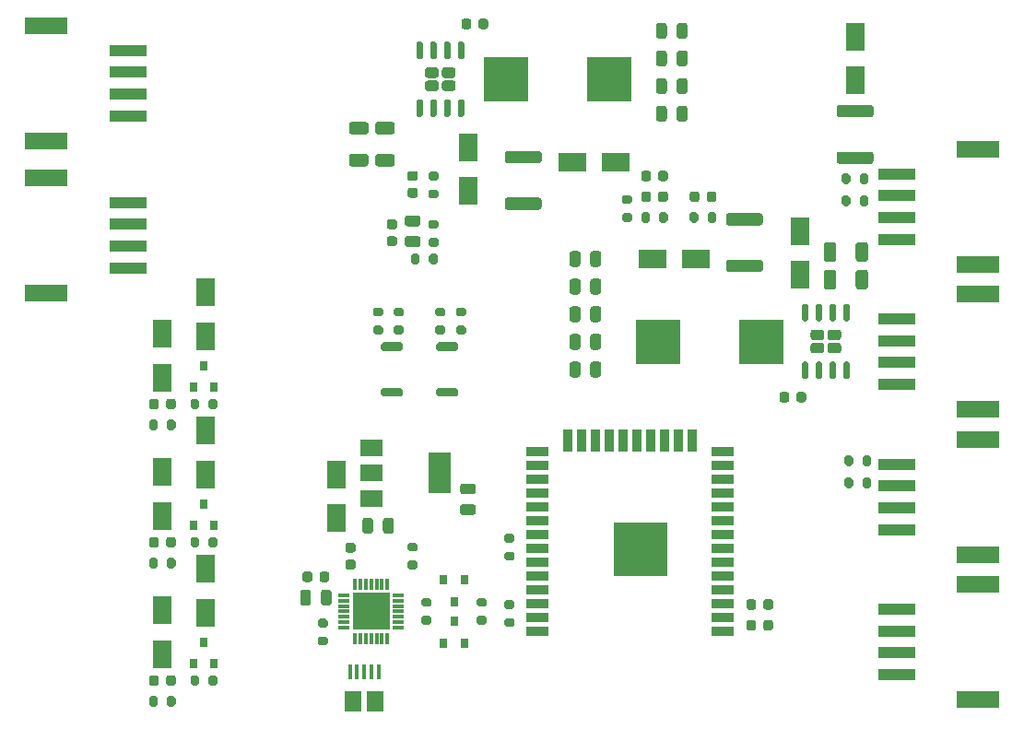
<source format=gbr>
%TF.GenerationSoftware,KiCad,Pcbnew,5.1.10-88a1d61d58~88~ubuntu20.04.1*%
%TF.CreationDate,2021-07-12T21:51:17+02:00*%
%TF.ProjectId,Tang_v1-1,54616e67-5f76-4312-9d31-2e6b69636164,rev?*%
%TF.SameCoordinates,Original*%
%TF.FileFunction,Paste,Top*%
%TF.FilePolarity,Positive*%
%FSLAX46Y46*%
G04 Gerber Fmt 4.6, Leading zero omitted, Abs format (unit mm)*
G04 Created by KiCad (PCBNEW 5.1.10-88a1d61d58~88~ubuntu20.04.1) date 2021-07-12 21:51:17*
%MOMM*%
%LPD*%
G01*
G04 APERTURE LIST*
%ADD10R,1.800000X2.500000*%
%ADD11R,2.500000X1.800000*%
%ADD12R,1.500000X1.900000*%
%ADD13R,0.400000X1.350000*%
%ADD14R,4.000000X1.500000*%
%ADD15R,3.400000X1.000000*%
%ADD16R,4.100000X4.100000*%
%ADD17R,0.800000X0.900000*%
%ADD18R,2.000000X0.900000*%
%ADD19R,0.900000X2.000000*%
%ADD20R,5.000000X5.000000*%
%ADD21R,2.000000X3.800000*%
%ADD22R,2.000000X1.500000*%
%ADD23R,1.000000X0.300000*%
%ADD24R,0.300000X1.000000*%
%ADD25R,3.400000X3.400000*%
G04 APERTURE END LIST*
%TO.C,C6*%
G36*
G01*
X161600000Y-101350000D02*
X161600000Y-101850000D01*
G75*
G02*
X161375000Y-102075000I-225000J0D01*
G01*
X160925000Y-102075000D01*
G75*
G02*
X160700000Y-101850000I0J225000D01*
G01*
X160700000Y-101350000D01*
G75*
G02*
X160925000Y-101125000I225000J0D01*
G01*
X161375000Y-101125000D01*
G75*
G02*
X161600000Y-101350000I0J-225000D01*
G01*
G37*
G36*
G01*
X163150000Y-101350000D02*
X163150000Y-101850000D01*
G75*
G02*
X162925000Y-102075000I-225000J0D01*
G01*
X162475000Y-102075000D01*
G75*
G02*
X162250000Y-101850000I0J225000D01*
G01*
X162250000Y-101350000D01*
G75*
G02*
X162475000Y-101125000I225000J0D01*
G01*
X162925000Y-101125000D01*
G75*
G02*
X163150000Y-101350000I0J-225000D01*
G01*
G37*
%TD*%
%TO.C,C7*%
G36*
G01*
X191460000Y-136140000D02*
X191460000Y-135640000D01*
G75*
G02*
X191685000Y-135415000I225000J0D01*
G01*
X192135000Y-135415000D01*
G75*
G02*
X192360000Y-135640000I0J-225000D01*
G01*
X192360000Y-136140000D01*
G75*
G02*
X192135000Y-136365000I-225000J0D01*
G01*
X191685000Y-136365000D01*
G75*
G02*
X191460000Y-136140000I0J225000D01*
G01*
G37*
G36*
G01*
X189910000Y-136140000D02*
X189910000Y-135640000D01*
G75*
G02*
X190135000Y-135415000I225000J0D01*
G01*
X190585000Y-135415000D01*
G75*
G02*
X190810000Y-135640000I0J-225000D01*
G01*
X190810000Y-136140000D01*
G75*
G02*
X190585000Y-136365000I-225000J0D01*
G01*
X190135000Y-136365000D01*
G75*
G02*
X189910000Y-136140000I0J225000D01*
G01*
G37*
%TD*%
%TO.C,C8*%
G36*
G01*
X156460000Y-117570000D02*
X155960000Y-117570000D01*
G75*
G02*
X155735000Y-117345000I0J225000D01*
G01*
X155735000Y-116895000D01*
G75*
G02*
X155960000Y-116670000I225000J0D01*
G01*
X156460000Y-116670000D01*
G75*
G02*
X156685000Y-116895000I0J-225000D01*
G01*
X156685000Y-117345000D01*
G75*
G02*
X156460000Y-117570000I-225000J0D01*
G01*
G37*
G36*
G01*
X156460000Y-116020000D02*
X155960000Y-116020000D01*
G75*
G02*
X155735000Y-115795000I0J225000D01*
G01*
X155735000Y-115345000D01*
G75*
G02*
X155960000Y-115120000I225000J0D01*
G01*
X156460000Y-115120000D01*
G75*
G02*
X156685000Y-115345000I0J-225000D01*
G01*
X156685000Y-115795000D01*
G75*
G02*
X156460000Y-116020000I-225000J0D01*
G01*
G37*
%TD*%
%TO.C,C9*%
G36*
G01*
X183205000Y-117725000D02*
X183205000Y-117225000D01*
G75*
G02*
X183430000Y-117000000I225000J0D01*
G01*
X183880000Y-117000000D01*
G75*
G02*
X184105000Y-117225000I0J-225000D01*
G01*
X184105000Y-117725000D01*
G75*
G02*
X183880000Y-117950000I-225000J0D01*
G01*
X183430000Y-117950000D01*
G75*
G02*
X183205000Y-117725000I0J225000D01*
G01*
G37*
G36*
G01*
X181655000Y-117725000D02*
X181655000Y-117225000D01*
G75*
G02*
X181880000Y-117000000I225000J0D01*
G01*
X182330000Y-117000000D01*
G75*
G02*
X182555000Y-117225000I0J-225000D01*
G01*
X182555000Y-117725000D01*
G75*
G02*
X182330000Y-117950000I-225000J0D01*
G01*
X181880000Y-117950000D01*
G75*
G02*
X181655000Y-117725000I0J225000D01*
G01*
G37*
%TD*%
%TO.C,C10*%
G36*
G01*
X179570000Y-101760000D02*
X179570000Y-102710000D01*
G75*
G02*
X179320000Y-102960000I-250000J0D01*
G01*
X178820000Y-102960000D01*
G75*
G02*
X178570000Y-102710000I0J250000D01*
G01*
X178570000Y-101760000D01*
G75*
G02*
X178820000Y-101510000I250000J0D01*
G01*
X179320000Y-101510000D01*
G75*
G02*
X179570000Y-101760000I0J-250000D01*
G01*
G37*
G36*
G01*
X181470000Y-101760000D02*
X181470000Y-102710000D01*
G75*
G02*
X181220000Y-102960000I-250000J0D01*
G01*
X180720000Y-102960000D01*
G75*
G02*
X180470000Y-102710000I0J250000D01*
G01*
X180470000Y-101760000D01*
G75*
G02*
X180720000Y-101510000I250000J0D01*
G01*
X181220000Y-101510000D01*
G75*
G02*
X181470000Y-101760000I0J-250000D01*
G01*
G37*
%TD*%
%TO.C,C11*%
G36*
G01*
X172535000Y-123665000D02*
X172535000Y-122715000D01*
G75*
G02*
X172785000Y-122465000I250000J0D01*
G01*
X173285000Y-122465000D01*
G75*
G02*
X173535000Y-122715000I0J-250000D01*
G01*
X173535000Y-123665000D01*
G75*
G02*
X173285000Y-123915000I-250000J0D01*
G01*
X172785000Y-123915000D01*
G75*
G02*
X172535000Y-123665000I0J250000D01*
G01*
G37*
G36*
G01*
X170635000Y-123665000D02*
X170635000Y-122715000D01*
G75*
G02*
X170885000Y-122465000I250000J0D01*
G01*
X171385000Y-122465000D01*
G75*
G02*
X171635000Y-122715000I0J-250000D01*
G01*
X171635000Y-123665000D01*
G75*
G02*
X171385000Y-123915000I-250000J0D01*
G01*
X170885000Y-123915000D01*
G75*
G02*
X170635000Y-123665000I0J250000D01*
G01*
G37*
%TD*%
%TO.C,C13*%
G36*
G01*
X177210000Y-117725000D02*
X177210000Y-117225000D01*
G75*
G02*
X177435000Y-117000000I225000J0D01*
G01*
X177885000Y-117000000D01*
G75*
G02*
X178110000Y-117225000I0J-225000D01*
G01*
X178110000Y-117725000D01*
G75*
G02*
X177885000Y-117950000I-225000J0D01*
G01*
X177435000Y-117950000D01*
G75*
G02*
X177210000Y-117725000I0J225000D01*
G01*
G37*
G36*
G01*
X178760000Y-117725000D02*
X178760000Y-117225000D01*
G75*
G02*
X178985000Y-117000000I225000J0D01*
G01*
X179435000Y-117000000D01*
G75*
G02*
X179660000Y-117225000I0J-225000D01*
G01*
X179660000Y-117725000D01*
G75*
G02*
X179435000Y-117950000I-225000J0D01*
G01*
X178985000Y-117950000D01*
G75*
G02*
X178760000Y-117725000I0J225000D01*
G01*
G37*
%TD*%
%TO.C,C14*%
G36*
G01*
X181475000Y-104300000D02*
X181475000Y-105250000D01*
G75*
G02*
X181225000Y-105500000I-250000J0D01*
G01*
X180725000Y-105500000D01*
G75*
G02*
X180475000Y-105250000I0J250000D01*
G01*
X180475000Y-104300000D01*
G75*
G02*
X180725000Y-104050000I250000J0D01*
G01*
X181225000Y-104050000D01*
G75*
G02*
X181475000Y-104300000I0J-250000D01*
G01*
G37*
G36*
G01*
X179575000Y-104300000D02*
X179575000Y-105250000D01*
G75*
G02*
X179325000Y-105500000I-250000J0D01*
G01*
X178825000Y-105500000D01*
G75*
G02*
X178575000Y-105250000I0J250000D01*
G01*
X178575000Y-104300000D01*
G75*
G02*
X178825000Y-104050000I250000J0D01*
G01*
X179325000Y-104050000D01*
G75*
G02*
X179575000Y-104300000I0J-250000D01*
G01*
G37*
%TD*%
%TO.C,C15*%
G36*
G01*
X170635000Y-133825000D02*
X170635000Y-132875000D01*
G75*
G02*
X170885000Y-132625000I250000J0D01*
G01*
X171385000Y-132625000D01*
G75*
G02*
X171635000Y-132875000I0J-250000D01*
G01*
X171635000Y-133825000D01*
G75*
G02*
X171385000Y-134075000I-250000J0D01*
G01*
X170885000Y-134075000D01*
G75*
G02*
X170635000Y-133825000I0J250000D01*
G01*
G37*
G36*
G01*
X172535000Y-133825000D02*
X172535000Y-132875000D01*
G75*
G02*
X172785000Y-132625000I250000J0D01*
G01*
X173285000Y-132625000D01*
G75*
G02*
X173535000Y-132875000I0J-250000D01*
G01*
X173535000Y-133825000D01*
G75*
G02*
X173285000Y-134075000I-250000J0D01*
G01*
X172785000Y-134075000D01*
G75*
G02*
X172535000Y-133825000I0J250000D01*
G01*
G37*
%TD*%
%TO.C,C16*%
G36*
G01*
X154555000Y-120465000D02*
X154055000Y-120465000D01*
G75*
G02*
X153830000Y-120240000I0J225000D01*
G01*
X153830000Y-119790000D01*
G75*
G02*
X154055000Y-119565000I225000J0D01*
G01*
X154555000Y-119565000D01*
G75*
G02*
X154780000Y-119790000I0J-225000D01*
G01*
X154780000Y-120240000D01*
G75*
G02*
X154555000Y-120465000I-225000J0D01*
G01*
G37*
G36*
G01*
X154555000Y-122015000D02*
X154055000Y-122015000D01*
G75*
G02*
X153830000Y-121790000I0J225000D01*
G01*
X153830000Y-121340000D01*
G75*
G02*
X154055000Y-121115000I225000J0D01*
G01*
X154555000Y-121115000D01*
G75*
G02*
X154780000Y-121340000I0J-225000D01*
G01*
X154780000Y-121790000D01*
G75*
G02*
X154555000Y-122015000I-225000J0D01*
G01*
G37*
%TD*%
%TO.C,C17*%
G36*
G01*
X178760000Y-115820000D02*
X178760000Y-115320000D01*
G75*
G02*
X178985000Y-115095000I225000J0D01*
G01*
X179435000Y-115095000D01*
G75*
G02*
X179660000Y-115320000I0J-225000D01*
G01*
X179660000Y-115820000D01*
G75*
G02*
X179435000Y-116045000I-225000J0D01*
G01*
X178985000Y-116045000D01*
G75*
G02*
X178760000Y-115820000I0J225000D01*
G01*
G37*
G36*
G01*
X177210000Y-115820000D02*
X177210000Y-115320000D01*
G75*
G02*
X177435000Y-115095000I225000J0D01*
G01*
X177885000Y-115095000D01*
G75*
G02*
X178110000Y-115320000I0J-225000D01*
G01*
X178110000Y-115820000D01*
G75*
G02*
X177885000Y-116045000I-225000J0D01*
G01*
X177435000Y-116045000D01*
G75*
G02*
X177210000Y-115820000I0J225000D01*
G01*
G37*
%TD*%
%TO.C,C18*%
G36*
G01*
X179570000Y-106840000D02*
X179570000Y-107790000D01*
G75*
G02*
X179320000Y-108040000I-250000J0D01*
G01*
X178820000Y-108040000D01*
G75*
G02*
X178570000Y-107790000I0J250000D01*
G01*
X178570000Y-106840000D01*
G75*
G02*
X178820000Y-106590000I250000J0D01*
G01*
X179320000Y-106590000D01*
G75*
G02*
X179570000Y-106840000I0J-250000D01*
G01*
G37*
G36*
G01*
X181470000Y-106840000D02*
X181470000Y-107790000D01*
G75*
G02*
X181220000Y-108040000I-250000J0D01*
G01*
X180720000Y-108040000D01*
G75*
G02*
X180470000Y-107790000I0J250000D01*
G01*
X180470000Y-106840000D01*
G75*
G02*
X180720000Y-106590000I250000J0D01*
G01*
X181220000Y-106590000D01*
G75*
G02*
X181470000Y-106840000I0J-250000D01*
G01*
G37*
%TD*%
%TO.C,C19*%
G36*
G01*
X172535000Y-128745000D02*
X172535000Y-127795000D01*
G75*
G02*
X172785000Y-127545000I250000J0D01*
G01*
X173285000Y-127545000D01*
G75*
G02*
X173535000Y-127795000I0J-250000D01*
G01*
X173535000Y-128745000D01*
G75*
G02*
X173285000Y-128995000I-250000J0D01*
G01*
X172785000Y-128995000D01*
G75*
G02*
X172535000Y-128745000I0J250000D01*
G01*
G37*
G36*
G01*
X170635000Y-128745000D02*
X170635000Y-127795000D01*
G75*
G02*
X170885000Y-127545000I250000J0D01*
G01*
X171385000Y-127545000D01*
G75*
G02*
X171635000Y-127795000I0J-250000D01*
G01*
X171635000Y-128745000D01*
G75*
G02*
X171385000Y-128995000I-250000J0D01*
G01*
X170885000Y-128995000D01*
G75*
G02*
X170635000Y-128745000I0J250000D01*
G01*
G37*
%TD*%
%TO.C,C20*%
G36*
G01*
X181470000Y-109380000D02*
X181470000Y-110330000D01*
G75*
G02*
X181220000Y-110580000I-250000J0D01*
G01*
X180720000Y-110580000D01*
G75*
G02*
X180470000Y-110330000I0J250000D01*
G01*
X180470000Y-109380000D01*
G75*
G02*
X180720000Y-109130000I250000J0D01*
G01*
X181220000Y-109130000D01*
G75*
G02*
X181470000Y-109380000I0J-250000D01*
G01*
G37*
G36*
G01*
X179570000Y-109380000D02*
X179570000Y-110330000D01*
G75*
G02*
X179320000Y-110580000I-250000J0D01*
G01*
X178820000Y-110580000D01*
G75*
G02*
X178570000Y-110330000I0J250000D01*
G01*
X178570000Y-109380000D01*
G75*
G02*
X178820000Y-109130000I250000J0D01*
G01*
X179320000Y-109130000D01*
G75*
G02*
X179570000Y-109380000I0J-250000D01*
G01*
G37*
%TD*%
%TO.C,C21*%
G36*
G01*
X170635000Y-126205000D02*
X170635000Y-125255000D01*
G75*
G02*
X170885000Y-125005000I250000J0D01*
G01*
X171385000Y-125005000D01*
G75*
G02*
X171635000Y-125255000I0J-250000D01*
G01*
X171635000Y-126205000D01*
G75*
G02*
X171385000Y-126455000I-250000J0D01*
G01*
X170885000Y-126455000D01*
G75*
G02*
X170635000Y-126205000I0J250000D01*
G01*
G37*
G36*
G01*
X172535000Y-126205000D02*
X172535000Y-125255000D01*
G75*
G02*
X172785000Y-125005000I250000J0D01*
G01*
X173285000Y-125005000D01*
G75*
G02*
X173535000Y-125255000I0J-250000D01*
G01*
X173535000Y-126205000D01*
G75*
G02*
X173285000Y-126455000I-250000J0D01*
G01*
X172785000Y-126455000D01*
G75*
G02*
X172535000Y-126205000I0J250000D01*
G01*
G37*
%TD*%
%TO.C,C22*%
G36*
G01*
X170635000Y-131285000D02*
X170635000Y-130335000D01*
G75*
G02*
X170885000Y-130085000I250000J0D01*
G01*
X171385000Y-130085000D01*
G75*
G02*
X171635000Y-130335000I0J-250000D01*
G01*
X171635000Y-131285000D01*
G75*
G02*
X171385000Y-131535000I-250000J0D01*
G01*
X170885000Y-131535000D01*
G75*
G02*
X170635000Y-131285000I0J250000D01*
G01*
G37*
G36*
G01*
X172535000Y-131285000D02*
X172535000Y-130335000D01*
G75*
G02*
X172785000Y-130085000I250000J0D01*
G01*
X173285000Y-130085000D01*
G75*
G02*
X173535000Y-130335000I0J-250000D01*
G01*
X173535000Y-131285000D01*
G75*
G02*
X173285000Y-131535000I-250000J0D01*
G01*
X172785000Y-131535000D01*
G75*
G02*
X172535000Y-131285000I0J250000D01*
G01*
G37*
%TD*%
%TO.C,C24*%
G36*
G01*
X188425000Y-155190000D02*
X188425000Y-154690000D01*
G75*
G02*
X188650000Y-154465000I225000J0D01*
G01*
X189100000Y-154465000D01*
G75*
G02*
X189325000Y-154690000I0J-225000D01*
G01*
X189325000Y-155190000D01*
G75*
G02*
X189100000Y-155415000I-225000J0D01*
G01*
X188650000Y-155415000D01*
G75*
G02*
X188425000Y-155190000I0J225000D01*
G01*
G37*
G36*
G01*
X186875000Y-155190000D02*
X186875000Y-154690000D01*
G75*
G02*
X187100000Y-154465000I225000J0D01*
G01*
X187550000Y-154465000D01*
G75*
G02*
X187775000Y-154690000I0J-225000D01*
G01*
X187775000Y-155190000D01*
G75*
G02*
X187550000Y-155415000I-225000J0D01*
G01*
X187100000Y-155415000D01*
G75*
G02*
X186875000Y-155190000I0J225000D01*
G01*
G37*
%TD*%
%TO.C,C25*%
G36*
G01*
X146995000Y-152150000D02*
X146995000Y-152650000D01*
G75*
G02*
X146770000Y-152875000I-225000J0D01*
G01*
X146320000Y-152875000D01*
G75*
G02*
X146095000Y-152650000I0J225000D01*
G01*
X146095000Y-152150000D01*
G75*
G02*
X146320000Y-151925000I225000J0D01*
G01*
X146770000Y-151925000D01*
G75*
G02*
X146995000Y-152150000I0J-225000D01*
G01*
G37*
G36*
G01*
X148545000Y-152150000D02*
X148545000Y-152650000D01*
G75*
G02*
X148320000Y-152875000I-225000J0D01*
G01*
X147870000Y-152875000D01*
G75*
G02*
X147645000Y-152650000I0J225000D01*
G01*
X147645000Y-152150000D01*
G75*
G02*
X147870000Y-151925000I225000J0D01*
G01*
X148320000Y-151925000D01*
G75*
G02*
X148545000Y-152150000I0J-225000D01*
G01*
G37*
%TD*%
%TO.C,C27*%
G36*
G01*
X150245000Y-149270000D02*
X150745000Y-149270000D01*
G75*
G02*
X150970000Y-149495000I0J-225000D01*
G01*
X150970000Y-149945000D01*
G75*
G02*
X150745000Y-150170000I-225000J0D01*
G01*
X150245000Y-150170000D01*
G75*
G02*
X150020000Y-149945000I0J225000D01*
G01*
X150020000Y-149495000D01*
G75*
G02*
X150245000Y-149270000I225000J0D01*
G01*
G37*
G36*
G01*
X150245000Y-150820000D02*
X150745000Y-150820000D01*
G75*
G02*
X150970000Y-151045000I0J-225000D01*
G01*
X150970000Y-151495000D01*
G75*
G02*
X150745000Y-151720000I-225000J0D01*
G01*
X150245000Y-151720000D01*
G75*
G02*
X150020000Y-151495000I0J225000D01*
G01*
X150020000Y-151045000D01*
G75*
G02*
X150245000Y-150820000I225000J0D01*
G01*
G37*
%TD*%
D10*
%TO.C,D1*%
X196850000Y-102775000D03*
X196850000Y-106775000D03*
%TD*%
%TO.C,D2*%
X161290000Y-112935000D03*
X161290000Y-116935000D03*
%TD*%
%TO.C,D3*%
X191770000Y-120650000D03*
X191770000Y-124650000D03*
%TD*%
D11*
%TO.C,D4*%
X174879000Y-114300000D03*
X170879000Y-114300000D03*
%TD*%
%TO.C,D5*%
X182245000Y-123190000D03*
X178245000Y-123190000D03*
%TD*%
D10*
%TO.C,D6*%
X149225000Y-142970000D03*
X149225000Y-146970000D03*
%TD*%
%TO.C,D7*%
X137160000Y-138970000D03*
X137160000Y-142970000D03*
%TD*%
%TO.C,D8*%
X137160000Y-151670000D03*
X137160000Y-155670000D03*
%TD*%
%TO.C,D9*%
X137160000Y-130270000D03*
X137160000Y-126270000D03*
%TD*%
%TO.C,D10*%
G36*
G01*
X131998000Y-149481250D02*
X131998000Y-148968750D01*
G75*
G02*
X132216750Y-148750000I218750J0D01*
G01*
X132654250Y-148750000D01*
G75*
G02*
X132873000Y-148968750I0J-218750D01*
G01*
X132873000Y-149481250D01*
G75*
G02*
X132654250Y-149700000I-218750J0D01*
G01*
X132216750Y-149700000D01*
G75*
G02*
X131998000Y-149481250I0J218750D01*
G01*
G37*
G36*
G01*
X133573000Y-149481250D02*
X133573000Y-148968750D01*
G75*
G02*
X133791750Y-148750000I218750J0D01*
G01*
X134229250Y-148750000D01*
G75*
G02*
X134448000Y-148968750I0J-218750D01*
G01*
X134448000Y-149481250D01*
G75*
G02*
X134229250Y-149700000I-218750J0D01*
G01*
X133791750Y-149700000D01*
G75*
G02*
X133573000Y-149481250I0J218750D01*
G01*
G37*
%TD*%
%TO.C,D11*%
G36*
G01*
X133573000Y-162181250D02*
X133573000Y-161668750D01*
G75*
G02*
X133791750Y-161450000I218750J0D01*
G01*
X134229250Y-161450000D01*
G75*
G02*
X134448000Y-161668750I0J-218750D01*
G01*
X134448000Y-162181250D01*
G75*
G02*
X134229250Y-162400000I-218750J0D01*
G01*
X133791750Y-162400000D01*
G75*
G02*
X133573000Y-162181250I0J218750D01*
G01*
G37*
G36*
G01*
X131998000Y-162181250D02*
X131998000Y-161668750D01*
G75*
G02*
X132216750Y-161450000I218750J0D01*
G01*
X132654250Y-161450000D01*
G75*
G02*
X132873000Y-161668750I0J-218750D01*
G01*
X132873000Y-162181250D01*
G75*
G02*
X132654250Y-162400000I-218750J0D01*
G01*
X132216750Y-162400000D01*
G75*
G02*
X131998000Y-162181250I0J218750D01*
G01*
G37*
%TD*%
%TO.C,D12*%
G36*
G01*
X131998000Y-136781250D02*
X131998000Y-136268750D01*
G75*
G02*
X132216750Y-136050000I218750J0D01*
G01*
X132654250Y-136050000D01*
G75*
G02*
X132873000Y-136268750I0J-218750D01*
G01*
X132873000Y-136781250D01*
G75*
G02*
X132654250Y-137000000I-218750J0D01*
G01*
X132216750Y-137000000D01*
G75*
G02*
X131998000Y-136781250I0J218750D01*
G01*
G37*
G36*
G01*
X133573000Y-136781250D02*
X133573000Y-136268750D01*
G75*
G02*
X133791750Y-136050000I218750J0D01*
G01*
X134229250Y-136050000D01*
G75*
G02*
X134448000Y-136268750I0J-218750D01*
G01*
X134448000Y-136781250D01*
G75*
G02*
X134229250Y-137000000I-218750J0D01*
G01*
X133791750Y-137000000D01*
G75*
G02*
X133573000Y-136781250I0J218750D01*
G01*
G37*
%TD*%
%TO.C,D13*%
X133223000Y-142780000D03*
X133223000Y-146780000D03*
%TD*%
%TO.C,D14*%
X133223000Y-159480000D03*
X133223000Y-155480000D03*
%TD*%
%TO.C,D15*%
X133223000Y-134080000D03*
X133223000Y-130080000D03*
%TD*%
%TO.C,F1*%
G36*
G01*
X195399999Y-109060000D02*
X198300001Y-109060000D01*
G75*
G02*
X198550000Y-109309999I0J-249999D01*
G01*
X198550000Y-109935001D01*
G75*
G02*
X198300001Y-110185000I-249999J0D01*
G01*
X195399999Y-110185000D01*
G75*
G02*
X195150000Y-109935001I0J249999D01*
G01*
X195150000Y-109309999D01*
G75*
G02*
X195399999Y-109060000I249999J0D01*
G01*
G37*
G36*
G01*
X195399999Y-113335000D02*
X198300001Y-113335000D01*
G75*
G02*
X198550000Y-113584999I0J-249999D01*
G01*
X198550000Y-114210001D01*
G75*
G02*
X198300001Y-114460000I-249999J0D01*
G01*
X195399999Y-114460000D01*
G75*
G02*
X195150000Y-114210001I0J249999D01*
G01*
X195150000Y-113584999D01*
G75*
G02*
X195399999Y-113335000I249999J0D01*
G01*
G37*
%TD*%
%TO.C,F2*%
G36*
G01*
X167820001Y-118672500D02*
X164919999Y-118672500D01*
G75*
G02*
X164670000Y-118422501I0J249999D01*
G01*
X164670000Y-117797499D01*
G75*
G02*
X164919999Y-117547500I249999J0D01*
G01*
X167820001Y-117547500D01*
G75*
G02*
X168070000Y-117797499I0J-249999D01*
G01*
X168070000Y-118422501D01*
G75*
G02*
X167820001Y-118672500I-249999J0D01*
G01*
G37*
G36*
G01*
X167820001Y-114397500D02*
X164919999Y-114397500D01*
G75*
G02*
X164670000Y-114147501I0J249999D01*
G01*
X164670000Y-113522499D01*
G75*
G02*
X164919999Y-113272500I249999J0D01*
G01*
X167820001Y-113272500D01*
G75*
G02*
X168070000Y-113522499I0J-249999D01*
G01*
X168070000Y-114147501D01*
G75*
G02*
X167820001Y-114397500I-249999J0D01*
G01*
G37*
%TD*%
%TO.C,F3*%
G36*
G01*
X185239999Y-123262500D02*
X188140001Y-123262500D01*
G75*
G02*
X188390000Y-123512499I0J-249999D01*
G01*
X188390000Y-124137501D01*
G75*
G02*
X188140001Y-124387500I-249999J0D01*
G01*
X185239999Y-124387500D01*
G75*
G02*
X184990000Y-124137501I0J249999D01*
G01*
X184990000Y-123512499D01*
G75*
G02*
X185239999Y-123262500I249999J0D01*
G01*
G37*
G36*
G01*
X185239999Y-118987500D02*
X188140001Y-118987500D01*
G75*
G02*
X188390000Y-119237499I0J-249999D01*
G01*
X188390000Y-119862501D01*
G75*
G02*
X188140001Y-120112500I-249999J0D01*
G01*
X185239999Y-120112500D01*
G75*
G02*
X184990000Y-119862501I0J249999D01*
G01*
X184990000Y-119237499D01*
G75*
G02*
X185239999Y-118987500I249999J0D01*
G01*
G37*
%TD*%
D12*
%TO.C,J2*%
X152765000Y-163830000D03*
D13*
X151115000Y-161130000D03*
X150465000Y-161130000D03*
X153065000Y-161130000D03*
X152415000Y-161130000D03*
X151765000Y-161130000D03*
D12*
X150765000Y-163830000D03*
%TD*%
D14*
%TO.C,J3*%
X208160000Y-113080000D03*
X208160000Y-123680000D03*
D15*
X200660000Y-115380000D03*
X200660000Y-117380000D03*
X200660000Y-119380000D03*
X200660000Y-121380000D03*
%TD*%
D14*
%TO.C,J4*%
X208160000Y-126415000D03*
X208160000Y-137015000D03*
D15*
X200660000Y-128715000D03*
X200660000Y-130715000D03*
X200660000Y-132715000D03*
X200660000Y-134715000D03*
%TD*%
D14*
%TO.C,J5*%
X122548000Y-112345000D03*
X122548000Y-101745000D03*
D15*
X130048000Y-110045000D03*
X130048000Y-108045000D03*
X130048000Y-106045000D03*
X130048000Y-104045000D03*
%TD*%
%TO.C,J7*%
X130048000Y-118015000D03*
X130048000Y-120015000D03*
X130048000Y-122015000D03*
X130048000Y-124015000D03*
D14*
X122548000Y-115715000D03*
X122548000Y-126315000D03*
%TD*%
D15*
%TO.C,J8*%
X200660000Y-148050000D03*
X200660000Y-146050000D03*
X200660000Y-144050000D03*
X200660000Y-142050000D03*
D14*
X208160000Y-150350000D03*
X208160000Y-139750000D03*
%TD*%
D15*
%TO.C,J9*%
X200660000Y-161385000D03*
X200660000Y-159385000D03*
X200660000Y-157385000D03*
X200660000Y-155385000D03*
D14*
X208160000Y-163685000D03*
X208160000Y-153085000D03*
%TD*%
D16*
%TO.C,L1*%
X174295000Y-106680000D03*
X164795000Y-106680000D03*
%TD*%
%TO.C,L2*%
X188265000Y-130810000D03*
X178765000Y-130810000D03*
%TD*%
D17*
%TO.C,Q3*%
X136083000Y-147685000D03*
X137983000Y-147685000D03*
X137033000Y-145685000D03*
%TD*%
%TO.C,Q4*%
X137033000Y-158385000D03*
X137983000Y-160385000D03*
X136083000Y-160385000D03*
%TD*%
%TO.C,Q5*%
X136083000Y-134985000D03*
X137983000Y-134985000D03*
X137033000Y-132985000D03*
%TD*%
%TO.C,R1*%
G36*
G01*
X157840000Y-116820000D02*
X158390000Y-116820000D01*
G75*
G02*
X158590000Y-117020000I0J-200000D01*
G01*
X158590000Y-117420000D01*
G75*
G02*
X158390000Y-117620000I-200000J0D01*
G01*
X157840000Y-117620000D01*
G75*
G02*
X157640000Y-117420000I0J200000D01*
G01*
X157640000Y-117020000D01*
G75*
G02*
X157840000Y-116820000I200000J0D01*
G01*
G37*
G36*
G01*
X157840000Y-115170000D02*
X158390000Y-115170000D01*
G75*
G02*
X158590000Y-115370000I0J-200000D01*
G01*
X158590000Y-115770000D01*
G75*
G02*
X158390000Y-115970000I-200000J0D01*
G01*
X157840000Y-115970000D01*
G75*
G02*
X157640000Y-115770000I0J200000D01*
G01*
X157640000Y-115370000D01*
G75*
G02*
X157840000Y-115170000I200000J0D01*
G01*
G37*
%TD*%
%TO.C,R2*%
G36*
G01*
X157840000Y-119615000D02*
X158390000Y-119615000D01*
G75*
G02*
X158590000Y-119815000I0J-200000D01*
G01*
X158590000Y-120215000D01*
G75*
G02*
X158390000Y-120415000I-200000J0D01*
G01*
X157840000Y-120415000D01*
G75*
G02*
X157640000Y-120215000I0J200000D01*
G01*
X157640000Y-119815000D01*
G75*
G02*
X157840000Y-119615000I200000J0D01*
G01*
G37*
G36*
G01*
X157840000Y-121265000D02*
X158390000Y-121265000D01*
G75*
G02*
X158590000Y-121465000I0J-200000D01*
G01*
X158590000Y-121865000D01*
G75*
G02*
X158390000Y-122065000I-200000J0D01*
G01*
X157840000Y-122065000D01*
G75*
G02*
X157640000Y-121865000I0J200000D01*
G01*
X157640000Y-121465000D01*
G75*
G02*
X157840000Y-121265000I200000J0D01*
G01*
G37*
%TD*%
%TO.C,R3*%
G36*
G01*
X182455000Y-119105000D02*
X182455000Y-119655000D01*
G75*
G02*
X182255000Y-119855000I-200000J0D01*
G01*
X181855000Y-119855000D01*
G75*
G02*
X181655000Y-119655000I0J200000D01*
G01*
X181655000Y-119105000D01*
G75*
G02*
X181855000Y-118905000I200000J0D01*
G01*
X182255000Y-118905000D01*
G75*
G02*
X182455000Y-119105000I0J-200000D01*
G01*
G37*
G36*
G01*
X184105000Y-119105000D02*
X184105000Y-119655000D01*
G75*
G02*
X183905000Y-119855000I-200000J0D01*
G01*
X183505000Y-119855000D01*
G75*
G02*
X183305000Y-119655000I0J200000D01*
G01*
X183305000Y-119105000D01*
G75*
G02*
X183505000Y-118905000I200000J0D01*
G01*
X183905000Y-118905000D01*
G75*
G02*
X184105000Y-119105000I0J-200000D01*
G01*
G37*
%TD*%
%TO.C,R4*%
G36*
G01*
X179660000Y-119105000D02*
X179660000Y-119655000D01*
G75*
G02*
X179460000Y-119855000I-200000J0D01*
G01*
X179060000Y-119855000D01*
G75*
G02*
X178860000Y-119655000I0J200000D01*
G01*
X178860000Y-119105000D01*
G75*
G02*
X179060000Y-118905000I200000J0D01*
G01*
X179460000Y-118905000D01*
G75*
G02*
X179660000Y-119105000I0J-200000D01*
G01*
G37*
G36*
G01*
X178010000Y-119105000D02*
X178010000Y-119655000D01*
G75*
G02*
X177810000Y-119855000I-200000J0D01*
G01*
X177410000Y-119855000D01*
G75*
G02*
X177210000Y-119655000I0J200000D01*
G01*
X177210000Y-119105000D01*
G75*
G02*
X177410000Y-118905000I200000J0D01*
G01*
X177810000Y-118905000D01*
G75*
G02*
X178010000Y-119105000I0J-200000D01*
G01*
G37*
%TD*%
%TO.C,R5*%
G36*
G01*
X175620000Y-118980000D02*
X176170000Y-118980000D01*
G75*
G02*
X176370000Y-119180000I0J-200000D01*
G01*
X176370000Y-119580000D01*
G75*
G02*
X176170000Y-119780000I-200000J0D01*
G01*
X175620000Y-119780000D01*
G75*
G02*
X175420000Y-119580000I0J200000D01*
G01*
X175420000Y-119180000D01*
G75*
G02*
X175620000Y-118980000I200000J0D01*
G01*
G37*
G36*
G01*
X175620000Y-117330000D02*
X176170000Y-117330000D01*
G75*
G02*
X176370000Y-117530000I0J-200000D01*
G01*
X176370000Y-117930000D01*
G75*
G02*
X176170000Y-118130000I-200000J0D01*
G01*
X175620000Y-118130000D01*
G75*
G02*
X175420000Y-117930000I0J200000D01*
G01*
X175420000Y-117530000D01*
G75*
G02*
X175620000Y-117330000I200000J0D01*
G01*
G37*
%TD*%
%TO.C,R6*%
G36*
G01*
X153310000Y-130130000D02*
X152760000Y-130130000D01*
G75*
G02*
X152560000Y-129930000I0J200000D01*
G01*
X152560000Y-129530000D01*
G75*
G02*
X152760000Y-129330000I200000J0D01*
G01*
X153310000Y-129330000D01*
G75*
G02*
X153510000Y-129530000I0J-200000D01*
G01*
X153510000Y-129930000D01*
G75*
G02*
X153310000Y-130130000I-200000J0D01*
G01*
G37*
G36*
G01*
X153310000Y-128480000D02*
X152760000Y-128480000D01*
G75*
G02*
X152560000Y-128280000I0J200000D01*
G01*
X152560000Y-127880000D01*
G75*
G02*
X152760000Y-127680000I200000J0D01*
G01*
X153310000Y-127680000D01*
G75*
G02*
X153510000Y-127880000I0J-200000D01*
G01*
X153510000Y-128280000D01*
G75*
G02*
X153310000Y-128480000I-200000J0D01*
G01*
G37*
%TD*%
%TO.C,R7*%
G36*
G01*
X159025000Y-130130000D02*
X158475000Y-130130000D01*
G75*
G02*
X158275000Y-129930000I0J200000D01*
G01*
X158275000Y-129530000D01*
G75*
G02*
X158475000Y-129330000I200000J0D01*
G01*
X159025000Y-129330000D01*
G75*
G02*
X159225000Y-129530000I0J-200000D01*
G01*
X159225000Y-129930000D01*
G75*
G02*
X159025000Y-130130000I-200000J0D01*
G01*
G37*
G36*
G01*
X159025000Y-128480000D02*
X158475000Y-128480000D01*
G75*
G02*
X158275000Y-128280000I0J200000D01*
G01*
X158275000Y-127880000D01*
G75*
G02*
X158475000Y-127680000I200000J0D01*
G01*
X159025000Y-127680000D01*
G75*
G02*
X159225000Y-127880000I0J-200000D01*
G01*
X159225000Y-128280000D01*
G75*
G02*
X159025000Y-128480000I-200000J0D01*
G01*
G37*
%TD*%
%TO.C,R8*%
G36*
G01*
X162835000Y-156800000D02*
X162285000Y-156800000D01*
G75*
G02*
X162085000Y-156600000I0J200000D01*
G01*
X162085000Y-156200000D01*
G75*
G02*
X162285000Y-156000000I200000J0D01*
G01*
X162835000Y-156000000D01*
G75*
G02*
X163035000Y-156200000I0J-200000D01*
G01*
X163035000Y-156600000D01*
G75*
G02*
X162835000Y-156800000I-200000J0D01*
G01*
G37*
G36*
G01*
X162835000Y-155150000D02*
X162285000Y-155150000D01*
G75*
G02*
X162085000Y-154950000I0J200000D01*
G01*
X162085000Y-154550000D01*
G75*
G02*
X162285000Y-154350000I200000J0D01*
G01*
X162835000Y-154350000D01*
G75*
G02*
X163035000Y-154550000I0J-200000D01*
G01*
X163035000Y-154950000D01*
G75*
G02*
X162835000Y-155150000I-200000J0D01*
G01*
G37*
%TD*%
%TO.C,R9*%
G36*
G01*
X157205000Y-156000000D02*
X157755000Y-156000000D01*
G75*
G02*
X157955000Y-156200000I0J-200000D01*
G01*
X157955000Y-156600000D01*
G75*
G02*
X157755000Y-156800000I-200000J0D01*
G01*
X157205000Y-156800000D01*
G75*
G02*
X157005000Y-156600000I0J200000D01*
G01*
X157005000Y-156200000D01*
G75*
G02*
X157205000Y-156000000I200000J0D01*
G01*
G37*
G36*
G01*
X157205000Y-154350000D02*
X157755000Y-154350000D01*
G75*
G02*
X157955000Y-154550000I0J-200000D01*
G01*
X157955000Y-154950000D01*
G75*
G02*
X157755000Y-155150000I-200000J0D01*
G01*
X157205000Y-155150000D01*
G75*
G02*
X157005000Y-154950000I0J200000D01*
G01*
X157005000Y-154550000D01*
G75*
G02*
X157205000Y-154350000I200000J0D01*
G01*
G37*
%TD*%
%TO.C,R10*%
G36*
G01*
X154665000Y-129330000D02*
X155215000Y-129330000D01*
G75*
G02*
X155415000Y-129530000I0J-200000D01*
G01*
X155415000Y-129930000D01*
G75*
G02*
X155215000Y-130130000I-200000J0D01*
G01*
X154665000Y-130130000D01*
G75*
G02*
X154465000Y-129930000I0J200000D01*
G01*
X154465000Y-129530000D01*
G75*
G02*
X154665000Y-129330000I200000J0D01*
G01*
G37*
G36*
G01*
X154665000Y-127680000D02*
X155215000Y-127680000D01*
G75*
G02*
X155415000Y-127880000I0J-200000D01*
G01*
X155415000Y-128280000D01*
G75*
G02*
X155215000Y-128480000I-200000J0D01*
G01*
X154665000Y-128480000D01*
G75*
G02*
X154465000Y-128280000I0J200000D01*
G01*
X154465000Y-127880000D01*
G75*
G02*
X154665000Y-127680000I200000J0D01*
G01*
G37*
%TD*%
%TO.C,R11*%
G36*
G01*
X160380000Y-129330000D02*
X160930000Y-129330000D01*
G75*
G02*
X161130000Y-129530000I0J-200000D01*
G01*
X161130000Y-129930000D01*
G75*
G02*
X160930000Y-130130000I-200000J0D01*
G01*
X160380000Y-130130000D01*
G75*
G02*
X160180000Y-129930000I0J200000D01*
G01*
X160180000Y-129530000D01*
G75*
G02*
X160380000Y-129330000I200000J0D01*
G01*
G37*
G36*
G01*
X160380000Y-127680000D02*
X160930000Y-127680000D01*
G75*
G02*
X161130000Y-127880000I0J-200000D01*
G01*
X161130000Y-128280000D01*
G75*
G02*
X160930000Y-128480000I-200000J0D01*
G01*
X160380000Y-128480000D01*
G75*
G02*
X160180000Y-128280000I0J200000D01*
G01*
X160180000Y-127880000D01*
G75*
G02*
X160380000Y-127680000I200000J0D01*
G01*
G37*
%TD*%
%TO.C,R12*%
G36*
G01*
X147680000Y-156255000D02*
X148230000Y-156255000D01*
G75*
G02*
X148430000Y-156455000I0J-200000D01*
G01*
X148430000Y-156855000D01*
G75*
G02*
X148230000Y-157055000I-200000J0D01*
G01*
X147680000Y-157055000D01*
G75*
G02*
X147480000Y-156855000I0J200000D01*
G01*
X147480000Y-156455000D01*
G75*
G02*
X147680000Y-156255000I200000J0D01*
G01*
G37*
G36*
G01*
X147680000Y-157905000D02*
X148230000Y-157905000D01*
G75*
G02*
X148430000Y-158105000I0J-200000D01*
G01*
X148430000Y-158505000D01*
G75*
G02*
X148230000Y-158705000I-200000J0D01*
G01*
X147680000Y-158705000D01*
G75*
G02*
X147480000Y-158505000I0J200000D01*
G01*
X147480000Y-158105000D01*
G75*
G02*
X147680000Y-157905000I200000J0D01*
G01*
G37*
%TD*%
%TO.C,R13*%
G36*
G01*
X156485000Y-150070000D02*
X155935000Y-150070000D01*
G75*
G02*
X155735000Y-149870000I0J200000D01*
G01*
X155735000Y-149470000D01*
G75*
G02*
X155935000Y-149270000I200000J0D01*
G01*
X156485000Y-149270000D01*
G75*
G02*
X156685000Y-149470000I0J-200000D01*
G01*
X156685000Y-149870000D01*
G75*
G02*
X156485000Y-150070000I-200000J0D01*
G01*
G37*
G36*
G01*
X156485000Y-151720000D02*
X155935000Y-151720000D01*
G75*
G02*
X155735000Y-151520000I0J200000D01*
G01*
X155735000Y-151120000D01*
G75*
G02*
X155935000Y-150920000I200000J0D01*
G01*
X156485000Y-150920000D01*
G75*
G02*
X156685000Y-151120000I0J-200000D01*
G01*
X156685000Y-151520000D01*
G75*
G02*
X156485000Y-151720000I-200000J0D01*
G01*
G37*
%TD*%
%TO.C,R14*%
G36*
G01*
X195625000Y-116099000D02*
X195625000Y-115549000D01*
G75*
G02*
X195825000Y-115349000I200000J0D01*
G01*
X196225000Y-115349000D01*
G75*
G02*
X196425000Y-115549000I0J-200000D01*
G01*
X196425000Y-116099000D01*
G75*
G02*
X196225000Y-116299000I-200000J0D01*
G01*
X195825000Y-116299000D01*
G75*
G02*
X195625000Y-116099000I0J200000D01*
G01*
G37*
G36*
G01*
X197275000Y-116099000D02*
X197275000Y-115549000D01*
G75*
G02*
X197475000Y-115349000I200000J0D01*
G01*
X197875000Y-115349000D01*
G75*
G02*
X198075000Y-115549000I0J-200000D01*
G01*
X198075000Y-116099000D01*
G75*
G02*
X197875000Y-116299000I-200000J0D01*
G01*
X197475000Y-116299000D01*
G75*
G02*
X197275000Y-116099000I0J200000D01*
G01*
G37*
%TD*%
%TO.C,R15*%
G36*
G01*
X197275000Y-118131000D02*
X197275000Y-117581000D01*
G75*
G02*
X197475000Y-117381000I200000J0D01*
G01*
X197875000Y-117381000D01*
G75*
G02*
X198075000Y-117581000I0J-200000D01*
G01*
X198075000Y-118131000D01*
G75*
G02*
X197875000Y-118331000I-200000J0D01*
G01*
X197475000Y-118331000D01*
G75*
G02*
X197275000Y-118131000I0J200000D01*
G01*
G37*
G36*
G01*
X195625000Y-118131000D02*
X195625000Y-117581000D01*
G75*
G02*
X195825000Y-117381000I200000J0D01*
G01*
X196225000Y-117381000D01*
G75*
G02*
X196425000Y-117581000I0J-200000D01*
G01*
X196425000Y-118131000D01*
G75*
G02*
X196225000Y-118331000I-200000J0D01*
G01*
X195825000Y-118331000D01*
G75*
G02*
X195625000Y-118131000I0J200000D01*
G01*
G37*
%TD*%
%TO.C,R16*%
G36*
G01*
X195879000Y-142007000D02*
X195879000Y-141457000D01*
G75*
G02*
X196079000Y-141257000I200000J0D01*
G01*
X196479000Y-141257000D01*
G75*
G02*
X196679000Y-141457000I0J-200000D01*
G01*
X196679000Y-142007000D01*
G75*
G02*
X196479000Y-142207000I-200000J0D01*
G01*
X196079000Y-142207000D01*
G75*
G02*
X195879000Y-142007000I0J200000D01*
G01*
G37*
G36*
G01*
X197529000Y-142007000D02*
X197529000Y-141457000D01*
G75*
G02*
X197729000Y-141257000I200000J0D01*
G01*
X198129000Y-141257000D01*
G75*
G02*
X198329000Y-141457000I0J-200000D01*
G01*
X198329000Y-142007000D01*
G75*
G02*
X198129000Y-142207000I-200000J0D01*
G01*
X197729000Y-142207000D01*
G75*
G02*
X197529000Y-142007000I0J200000D01*
G01*
G37*
%TD*%
%TO.C,R17*%
G36*
G01*
X197529000Y-144039000D02*
X197529000Y-143489000D01*
G75*
G02*
X197729000Y-143289000I200000J0D01*
G01*
X198129000Y-143289000D01*
G75*
G02*
X198329000Y-143489000I0J-200000D01*
G01*
X198329000Y-144039000D01*
G75*
G02*
X198129000Y-144239000I-200000J0D01*
G01*
X197729000Y-144239000D01*
G75*
G02*
X197529000Y-144039000I0J200000D01*
G01*
G37*
G36*
G01*
X195879000Y-144039000D02*
X195879000Y-143489000D01*
G75*
G02*
X196079000Y-143289000I200000J0D01*
G01*
X196479000Y-143289000D01*
G75*
G02*
X196679000Y-143489000I0J-200000D01*
G01*
X196679000Y-144039000D01*
G75*
G02*
X196479000Y-144239000I-200000J0D01*
G01*
X196079000Y-144239000D01*
G75*
G02*
X195879000Y-144039000I0J200000D01*
G01*
G37*
%TD*%
%TO.C,R18*%
G36*
G01*
X165375000Y-149245000D02*
X164825000Y-149245000D01*
G75*
G02*
X164625000Y-149045000I0J200000D01*
G01*
X164625000Y-148645000D01*
G75*
G02*
X164825000Y-148445000I200000J0D01*
G01*
X165375000Y-148445000D01*
G75*
G02*
X165575000Y-148645000I0J-200000D01*
G01*
X165575000Y-149045000D01*
G75*
G02*
X165375000Y-149245000I-200000J0D01*
G01*
G37*
G36*
G01*
X165375000Y-150895000D02*
X164825000Y-150895000D01*
G75*
G02*
X164625000Y-150695000I0J200000D01*
G01*
X164625000Y-150295000D01*
G75*
G02*
X164825000Y-150095000I200000J0D01*
G01*
X165375000Y-150095000D01*
G75*
G02*
X165575000Y-150295000I0J-200000D01*
G01*
X165575000Y-150695000D01*
G75*
G02*
X165375000Y-150895000I-200000J0D01*
G01*
G37*
%TD*%
%TO.C,R19*%
G36*
G01*
X164825000Y-156190000D02*
X165375000Y-156190000D01*
G75*
G02*
X165575000Y-156390000I0J-200000D01*
G01*
X165575000Y-156790000D01*
G75*
G02*
X165375000Y-156990000I-200000J0D01*
G01*
X164825000Y-156990000D01*
G75*
G02*
X164625000Y-156790000I0J200000D01*
G01*
X164625000Y-156390000D01*
G75*
G02*
X164825000Y-156190000I200000J0D01*
G01*
G37*
G36*
G01*
X164825000Y-154540000D02*
X165375000Y-154540000D01*
G75*
G02*
X165575000Y-154740000I0J-200000D01*
G01*
X165575000Y-155140000D01*
G75*
G02*
X165375000Y-155340000I-200000J0D01*
G01*
X164825000Y-155340000D01*
G75*
G02*
X164625000Y-155140000I0J200000D01*
G01*
X164625000Y-154740000D01*
G75*
G02*
X164825000Y-154540000I200000J0D01*
G01*
G37*
%TD*%
%TO.C,R20*%
G36*
G01*
X135808000Y-149500000D02*
X135808000Y-148950000D01*
G75*
G02*
X136008000Y-148750000I200000J0D01*
G01*
X136408000Y-148750000D01*
G75*
G02*
X136608000Y-148950000I0J-200000D01*
G01*
X136608000Y-149500000D01*
G75*
G02*
X136408000Y-149700000I-200000J0D01*
G01*
X136008000Y-149700000D01*
G75*
G02*
X135808000Y-149500000I0J200000D01*
G01*
G37*
G36*
G01*
X137458000Y-149500000D02*
X137458000Y-148950000D01*
G75*
G02*
X137658000Y-148750000I200000J0D01*
G01*
X138058000Y-148750000D01*
G75*
G02*
X138258000Y-148950000I0J-200000D01*
G01*
X138258000Y-149500000D01*
G75*
G02*
X138058000Y-149700000I-200000J0D01*
G01*
X137658000Y-149700000D01*
G75*
G02*
X137458000Y-149500000I0J200000D01*
G01*
G37*
%TD*%
%TO.C,R21*%
G36*
G01*
X137458000Y-162200000D02*
X137458000Y-161650000D01*
G75*
G02*
X137658000Y-161450000I200000J0D01*
G01*
X138058000Y-161450000D01*
G75*
G02*
X138258000Y-161650000I0J-200000D01*
G01*
X138258000Y-162200000D01*
G75*
G02*
X138058000Y-162400000I-200000J0D01*
G01*
X137658000Y-162400000D01*
G75*
G02*
X137458000Y-162200000I0J200000D01*
G01*
G37*
G36*
G01*
X135808000Y-162200000D02*
X135808000Y-161650000D01*
G75*
G02*
X136008000Y-161450000I200000J0D01*
G01*
X136408000Y-161450000D01*
G75*
G02*
X136608000Y-161650000I0J-200000D01*
G01*
X136608000Y-162200000D01*
G75*
G02*
X136408000Y-162400000I-200000J0D01*
G01*
X136008000Y-162400000D01*
G75*
G02*
X135808000Y-162200000I0J200000D01*
G01*
G37*
%TD*%
%TO.C,R22*%
G36*
G01*
X135808000Y-136800000D02*
X135808000Y-136250000D01*
G75*
G02*
X136008000Y-136050000I200000J0D01*
G01*
X136408000Y-136050000D01*
G75*
G02*
X136608000Y-136250000I0J-200000D01*
G01*
X136608000Y-136800000D01*
G75*
G02*
X136408000Y-137000000I-200000J0D01*
G01*
X136008000Y-137000000D01*
G75*
G02*
X135808000Y-136800000I0J200000D01*
G01*
G37*
G36*
G01*
X137458000Y-136800000D02*
X137458000Y-136250000D01*
G75*
G02*
X137658000Y-136050000I200000J0D01*
G01*
X138058000Y-136050000D01*
G75*
G02*
X138258000Y-136250000I0J-200000D01*
G01*
X138258000Y-136800000D01*
G75*
G02*
X138058000Y-137000000I-200000J0D01*
G01*
X137658000Y-137000000D01*
G75*
G02*
X137458000Y-136800000I0J200000D01*
G01*
G37*
%TD*%
%TO.C,R23*%
G36*
G01*
X131998000Y-151405000D02*
X131998000Y-150855000D01*
G75*
G02*
X132198000Y-150655000I200000J0D01*
G01*
X132598000Y-150655000D01*
G75*
G02*
X132798000Y-150855000I0J-200000D01*
G01*
X132798000Y-151405000D01*
G75*
G02*
X132598000Y-151605000I-200000J0D01*
G01*
X132198000Y-151605000D01*
G75*
G02*
X131998000Y-151405000I0J200000D01*
G01*
G37*
G36*
G01*
X133648000Y-151405000D02*
X133648000Y-150855000D01*
G75*
G02*
X133848000Y-150655000I200000J0D01*
G01*
X134248000Y-150655000D01*
G75*
G02*
X134448000Y-150855000I0J-200000D01*
G01*
X134448000Y-151405000D01*
G75*
G02*
X134248000Y-151605000I-200000J0D01*
G01*
X133848000Y-151605000D01*
G75*
G02*
X133648000Y-151405000I0J200000D01*
G01*
G37*
%TD*%
%TO.C,R24*%
G36*
G01*
X133648000Y-164105000D02*
X133648000Y-163555000D01*
G75*
G02*
X133848000Y-163355000I200000J0D01*
G01*
X134248000Y-163355000D01*
G75*
G02*
X134448000Y-163555000I0J-200000D01*
G01*
X134448000Y-164105000D01*
G75*
G02*
X134248000Y-164305000I-200000J0D01*
G01*
X133848000Y-164305000D01*
G75*
G02*
X133648000Y-164105000I0J200000D01*
G01*
G37*
G36*
G01*
X131998000Y-164105000D02*
X131998000Y-163555000D01*
G75*
G02*
X132198000Y-163355000I200000J0D01*
G01*
X132598000Y-163355000D01*
G75*
G02*
X132798000Y-163555000I0J-200000D01*
G01*
X132798000Y-164105000D01*
G75*
G02*
X132598000Y-164305000I-200000J0D01*
G01*
X132198000Y-164305000D01*
G75*
G02*
X131998000Y-164105000I0J200000D01*
G01*
G37*
%TD*%
%TO.C,R25*%
G36*
G01*
X131998000Y-138705000D02*
X131998000Y-138155000D01*
G75*
G02*
X132198000Y-137955000I200000J0D01*
G01*
X132598000Y-137955000D01*
G75*
G02*
X132798000Y-138155000I0J-200000D01*
G01*
X132798000Y-138705000D01*
G75*
G02*
X132598000Y-138905000I-200000J0D01*
G01*
X132198000Y-138905000D01*
G75*
G02*
X131998000Y-138705000I0J200000D01*
G01*
G37*
G36*
G01*
X133648000Y-138705000D02*
X133648000Y-138155000D01*
G75*
G02*
X133848000Y-137955000I200000J0D01*
G01*
X134248000Y-137955000D01*
G75*
G02*
X134448000Y-138155000I0J-200000D01*
G01*
X134448000Y-138705000D01*
G75*
G02*
X134248000Y-138905000I-200000J0D01*
G01*
X133848000Y-138905000D01*
G75*
G02*
X133648000Y-138705000I0J200000D01*
G01*
G37*
%TD*%
%TO.C,R26*%
G36*
G01*
X156065000Y-123465000D02*
X156065000Y-122915000D01*
G75*
G02*
X156265000Y-122715000I200000J0D01*
G01*
X156665000Y-122715000D01*
G75*
G02*
X156865000Y-122915000I0J-200000D01*
G01*
X156865000Y-123465000D01*
G75*
G02*
X156665000Y-123665000I-200000J0D01*
G01*
X156265000Y-123665000D01*
G75*
G02*
X156065000Y-123465000I0J200000D01*
G01*
G37*
G36*
G01*
X157715000Y-123465000D02*
X157715000Y-122915000D01*
G75*
G02*
X157915000Y-122715000I200000J0D01*
G01*
X158315000Y-122715000D01*
G75*
G02*
X158515000Y-122915000I0J-200000D01*
G01*
X158515000Y-123465000D01*
G75*
G02*
X158315000Y-123665000I-200000J0D01*
G01*
X157915000Y-123665000D01*
G75*
G02*
X157715000Y-123465000I0J200000D01*
G01*
G37*
%TD*%
%TO.C,SW1*%
G36*
G01*
X155105000Y-135850000D02*
X153505000Y-135850000D01*
G75*
G02*
X153305000Y-135650000I0J200000D01*
G01*
X153305000Y-135250000D01*
G75*
G02*
X153505000Y-135050000I200000J0D01*
G01*
X155105000Y-135050000D01*
G75*
G02*
X155305000Y-135250000I0J-200000D01*
G01*
X155305000Y-135650000D01*
G75*
G02*
X155105000Y-135850000I-200000J0D01*
G01*
G37*
G36*
G01*
X155105000Y-131650000D02*
X153505000Y-131650000D01*
G75*
G02*
X153305000Y-131450000I0J200000D01*
G01*
X153305000Y-131050000D01*
G75*
G02*
X153505000Y-130850000I200000J0D01*
G01*
X155105000Y-130850000D01*
G75*
G02*
X155305000Y-131050000I0J-200000D01*
G01*
X155305000Y-131450000D01*
G75*
G02*
X155105000Y-131650000I-200000J0D01*
G01*
G37*
%TD*%
%TO.C,SW2*%
G36*
G01*
X160185000Y-131650000D02*
X158585000Y-131650000D01*
G75*
G02*
X158385000Y-131450000I0J200000D01*
G01*
X158385000Y-131050000D01*
G75*
G02*
X158585000Y-130850000I200000J0D01*
G01*
X160185000Y-130850000D01*
G75*
G02*
X160385000Y-131050000I0J-200000D01*
G01*
X160385000Y-131450000D01*
G75*
G02*
X160185000Y-131650000I-200000J0D01*
G01*
G37*
G36*
G01*
X160185000Y-135850000D02*
X158585000Y-135850000D01*
G75*
G02*
X158385000Y-135650000I0J200000D01*
G01*
X158385000Y-135250000D01*
G75*
G02*
X158585000Y-135050000I200000J0D01*
G01*
X160185000Y-135050000D01*
G75*
G02*
X160385000Y-135250000I0J-200000D01*
G01*
X160385000Y-135650000D01*
G75*
G02*
X160185000Y-135850000I-200000J0D01*
G01*
G37*
%TD*%
%TO.C,U1*%
G36*
G01*
X160505000Y-103230000D02*
X160805000Y-103230000D01*
G75*
G02*
X160955000Y-103380000I0J-150000D01*
G01*
X160955000Y-104680000D01*
G75*
G02*
X160805000Y-104830000I-150000J0D01*
G01*
X160505000Y-104830000D01*
G75*
G02*
X160355000Y-104680000I0J150000D01*
G01*
X160355000Y-103380000D01*
G75*
G02*
X160505000Y-103230000I150000J0D01*
G01*
G37*
G36*
G01*
X159235000Y-103230000D02*
X159535000Y-103230000D01*
G75*
G02*
X159685000Y-103380000I0J-150000D01*
G01*
X159685000Y-104680000D01*
G75*
G02*
X159535000Y-104830000I-150000J0D01*
G01*
X159235000Y-104830000D01*
G75*
G02*
X159085000Y-104680000I0J150000D01*
G01*
X159085000Y-103380000D01*
G75*
G02*
X159235000Y-103230000I150000J0D01*
G01*
G37*
G36*
G01*
X157965000Y-103230000D02*
X158265000Y-103230000D01*
G75*
G02*
X158415000Y-103380000I0J-150000D01*
G01*
X158415000Y-104680000D01*
G75*
G02*
X158265000Y-104830000I-150000J0D01*
G01*
X157965000Y-104830000D01*
G75*
G02*
X157815000Y-104680000I0J150000D01*
G01*
X157815000Y-103380000D01*
G75*
G02*
X157965000Y-103230000I150000J0D01*
G01*
G37*
G36*
G01*
X156695000Y-103230000D02*
X156995000Y-103230000D01*
G75*
G02*
X157145000Y-103380000I0J-150000D01*
G01*
X157145000Y-104680000D01*
G75*
G02*
X156995000Y-104830000I-150000J0D01*
G01*
X156695000Y-104830000D01*
G75*
G02*
X156545000Y-104680000I0J150000D01*
G01*
X156545000Y-103380000D01*
G75*
G02*
X156695000Y-103230000I150000J0D01*
G01*
G37*
G36*
G01*
X156695000Y-108530000D02*
X156995000Y-108530000D01*
G75*
G02*
X157145000Y-108680000I0J-150000D01*
G01*
X157145000Y-109980000D01*
G75*
G02*
X156995000Y-110130000I-150000J0D01*
G01*
X156695000Y-110130000D01*
G75*
G02*
X156545000Y-109980000I0J150000D01*
G01*
X156545000Y-108680000D01*
G75*
G02*
X156695000Y-108530000I150000J0D01*
G01*
G37*
G36*
G01*
X157965000Y-108530000D02*
X158265000Y-108530000D01*
G75*
G02*
X158415000Y-108680000I0J-150000D01*
G01*
X158415000Y-109980000D01*
G75*
G02*
X158265000Y-110130000I-150000J0D01*
G01*
X157965000Y-110130000D01*
G75*
G02*
X157815000Y-109980000I0J150000D01*
G01*
X157815000Y-108680000D01*
G75*
G02*
X157965000Y-108530000I150000J0D01*
G01*
G37*
G36*
G01*
X159235000Y-108530000D02*
X159535000Y-108530000D01*
G75*
G02*
X159685000Y-108680000I0J-150000D01*
G01*
X159685000Y-109980000D01*
G75*
G02*
X159535000Y-110130000I-150000J0D01*
G01*
X159235000Y-110130000D01*
G75*
G02*
X159085000Y-109980000I0J150000D01*
G01*
X159085000Y-108680000D01*
G75*
G02*
X159235000Y-108530000I150000J0D01*
G01*
G37*
G36*
G01*
X160505000Y-108530000D02*
X160805000Y-108530000D01*
G75*
G02*
X160955000Y-108680000I0J-150000D01*
G01*
X160955000Y-109980000D01*
G75*
G02*
X160805000Y-110130000I-150000J0D01*
G01*
X160505000Y-110130000D01*
G75*
G02*
X160355000Y-109980000I0J150000D01*
G01*
X160355000Y-108680000D01*
G75*
G02*
X160505000Y-108530000I150000J0D01*
G01*
G37*
G36*
G01*
X159142500Y-105595000D02*
X159907500Y-105595000D01*
G75*
G02*
X160150000Y-105837500I0J-242500D01*
G01*
X160150000Y-106322500D01*
G75*
G02*
X159907500Y-106565000I-242500J0D01*
G01*
X159142500Y-106565000D01*
G75*
G02*
X158900000Y-106322500I0J242500D01*
G01*
X158900000Y-105837500D01*
G75*
G02*
X159142500Y-105595000I242500J0D01*
G01*
G37*
G36*
G01*
X157592500Y-105595000D02*
X158357500Y-105595000D01*
G75*
G02*
X158600000Y-105837500I0J-242500D01*
G01*
X158600000Y-106322500D01*
G75*
G02*
X158357500Y-106565000I-242500J0D01*
G01*
X157592500Y-106565000D01*
G75*
G02*
X157350000Y-106322500I0J242500D01*
G01*
X157350000Y-105837500D01*
G75*
G02*
X157592500Y-105595000I242500J0D01*
G01*
G37*
G36*
G01*
X159142500Y-106795000D02*
X159907500Y-106795000D01*
G75*
G02*
X160150000Y-107037500I0J-242500D01*
G01*
X160150000Y-107522500D01*
G75*
G02*
X159907500Y-107765000I-242500J0D01*
G01*
X159142500Y-107765000D01*
G75*
G02*
X158900000Y-107522500I0J242500D01*
G01*
X158900000Y-107037500D01*
G75*
G02*
X159142500Y-106795000I242500J0D01*
G01*
G37*
G36*
G01*
X157592500Y-106795000D02*
X158357500Y-106795000D01*
G75*
G02*
X158600000Y-107037500I0J-242500D01*
G01*
X158600000Y-107522500D01*
G75*
G02*
X158357500Y-107765000I-242500J0D01*
G01*
X157592500Y-107765000D01*
G75*
G02*
X157350000Y-107522500I0J242500D01*
G01*
X157350000Y-107037500D01*
G75*
G02*
X157592500Y-106795000I242500J0D01*
G01*
G37*
%TD*%
%TO.C,U2*%
G36*
G01*
X195327500Y-130660000D02*
X194562500Y-130660000D01*
G75*
G02*
X194320000Y-130417500I0J242500D01*
G01*
X194320000Y-129932500D01*
G75*
G02*
X194562500Y-129690000I242500J0D01*
G01*
X195327500Y-129690000D01*
G75*
G02*
X195570000Y-129932500I0J-242500D01*
G01*
X195570000Y-130417500D01*
G75*
G02*
X195327500Y-130660000I-242500J0D01*
G01*
G37*
G36*
G01*
X193777500Y-130660000D02*
X193012500Y-130660000D01*
G75*
G02*
X192770000Y-130417500I0J242500D01*
G01*
X192770000Y-129932500D01*
G75*
G02*
X193012500Y-129690000I242500J0D01*
G01*
X193777500Y-129690000D01*
G75*
G02*
X194020000Y-129932500I0J-242500D01*
G01*
X194020000Y-130417500D01*
G75*
G02*
X193777500Y-130660000I-242500J0D01*
G01*
G37*
G36*
G01*
X195327500Y-131860000D02*
X194562500Y-131860000D01*
G75*
G02*
X194320000Y-131617500I0J242500D01*
G01*
X194320000Y-131132500D01*
G75*
G02*
X194562500Y-130890000I242500J0D01*
G01*
X195327500Y-130890000D01*
G75*
G02*
X195570000Y-131132500I0J-242500D01*
G01*
X195570000Y-131617500D01*
G75*
G02*
X195327500Y-131860000I-242500J0D01*
G01*
G37*
G36*
G01*
X193777500Y-131860000D02*
X193012500Y-131860000D01*
G75*
G02*
X192770000Y-131617500I0J242500D01*
G01*
X192770000Y-131132500D01*
G75*
G02*
X193012500Y-130890000I242500J0D01*
G01*
X193777500Y-130890000D01*
G75*
G02*
X194020000Y-131132500I0J-242500D01*
G01*
X194020000Y-131617500D01*
G75*
G02*
X193777500Y-131860000I-242500J0D01*
G01*
G37*
G36*
G01*
X192415000Y-128925000D02*
X192115000Y-128925000D01*
G75*
G02*
X191965000Y-128775000I0J150000D01*
G01*
X191965000Y-127475000D01*
G75*
G02*
X192115000Y-127325000I150000J0D01*
G01*
X192415000Y-127325000D01*
G75*
G02*
X192565000Y-127475000I0J-150000D01*
G01*
X192565000Y-128775000D01*
G75*
G02*
X192415000Y-128925000I-150000J0D01*
G01*
G37*
G36*
G01*
X193685000Y-128925000D02*
X193385000Y-128925000D01*
G75*
G02*
X193235000Y-128775000I0J150000D01*
G01*
X193235000Y-127475000D01*
G75*
G02*
X193385000Y-127325000I150000J0D01*
G01*
X193685000Y-127325000D01*
G75*
G02*
X193835000Y-127475000I0J-150000D01*
G01*
X193835000Y-128775000D01*
G75*
G02*
X193685000Y-128925000I-150000J0D01*
G01*
G37*
G36*
G01*
X194955000Y-128925000D02*
X194655000Y-128925000D01*
G75*
G02*
X194505000Y-128775000I0J150000D01*
G01*
X194505000Y-127475000D01*
G75*
G02*
X194655000Y-127325000I150000J0D01*
G01*
X194955000Y-127325000D01*
G75*
G02*
X195105000Y-127475000I0J-150000D01*
G01*
X195105000Y-128775000D01*
G75*
G02*
X194955000Y-128925000I-150000J0D01*
G01*
G37*
G36*
G01*
X196225000Y-128925000D02*
X195925000Y-128925000D01*
G75*
G02*
X195775000Y-128775000I0J150000D01*
G01*
X195775000Y-127475000D01*
G75*
G02*
X195925000Y-127325000I150000J0D01*
G01*
X196225000Y-127325000D01*
G75*
G02*
X196375000Y-127475000I0J-150000D01*
G01*
X196375000Y-128775000D01*
G75*
G02*
X196225000Y-128925000I-150000J0D01*
G01*
G37*
G36*
G01*
X196225000Y-134225000D02*
X195925000Y-134225000D01*
G75*
G02*
X195775000Y-134075000I0J150000D01*
G01*
X195775000Y-132775000D01*
G75*
G02*
X195925000Y-132625000I150000J0D01*
G01*
X196225000Y-132625000D01*
G75*
G02*
X196375000Y-132775000I0J-150000D01*
G01*
X196375000Y-134075000D01*
G75*
G02*
X196225000Y-134225000I-150000J0D01*
G01*
G37*
G36*
G01*
X194955000Y-134225000D02*
X194655000Y-134225000D01*
G75*
G02*
X194505000Y-134075000I0J150000D01*
G01*
X194505000Y-132775000D01*
G75*
G02*
X194655000Y-132625000I150000J0D01*
G01*
X194955000Y-132625000D01*
G75*
G02*
X195105000Y-132775000I0J-150000D01*
G01*
X195105000Y-134075000D01*
G75*
G02*
X194955000Y-134225000I-150000J0D01*
G01*
G37*
G36*
G01*
X193685000Y-134225000D02*
X193385000Y-134225000D01*
G75*
G02*
X193235000Y-134075000I0J150000D01*
G01*
X193235000Y-132775000D01*
G75*
G02*
X193385000Y-132625000I150000J0D01*
G01*
X193685000Y-132625000D01*
G75*
G02*
X193835000Y-132775000I0J-150000D01*
G01*
X193835000Y-134075000D01*
G75*
G02*
X193685000Y-134225000I-150000J0D01*
G01*
G37*
G36*
G01*
X192415000Y-134225000D02*
X192115000Y-134225000D01*
G75*
G02*
X191965000Y-134075000I0J150000D01*
G01*
X191965000Y-132775000D01*
G75*
G02*
X192115000Y-132625000I150000J0D01*
G01*
X192415000Y-132625000D01*
G75*
G02*
X192565000Y-132775000I0J-150000D01*
G01*
X192565000Y-134075000D01*
G75*
G02*
X192415000Y-134225000I-150000J0D01*
G01*
G37*
%TD*%
D18*
%TO.C,U3*%
X167665000Y-157360000D03*
X167665000Y-156090000D03*
X167665000Y-154820000D03*
X167665000Y-153550000D03*
X167665000Y-152280000D03*
X167665000Y-151010000D03*
X167665000Y-149740000D03*
X167665000Y-148470000D03*
X167665000Y-147200000D03*
X167665000Y-145930000D03*
X167665000Y-144660000D03*
X167665000Y-143390000D03*
X167665000Y-142120000D03*
X167665000Y-140850000D03*
D19*
X170450000Y-139850000D03*
X171720000Y-139850000D03*
X172990000Y-139850000D03*
X174260000Y-139850000D03*
X175530000Y-139850000D03*
X176800000Y-139850000D03*
X178070000Y-139850000D03*
X179340000Y-139850000D03*
X180610000Y-139850000D03*
X181880000Y-139850000D03*
D18*
X184665000Y-140850000D03*
X184665000Y-142120000D03*
X184665000Y-143390000D03*
X184665000Y-144660000D03*
X184665000Y-145930000D03*
X184665000Y-147200000D03*
X184665000Y-148470000D03*
X184665000Y-149740000D03*
X184665000Y-151010000D03*
X184665000Y-152280000D03*
X184665000Y-153550000D03*
X184665000Y-154820000D03*
X184665000Y-156090000D03*
X184665000Y-157360000D03*
D20*
X177165000Y-149860000D03*
%TD*%
D21*
%TO.C,U4*%
X158725000Y-142875000D03*
D22*
X152425000Y-142875000D03*
X152425000Y-145175000D03*
X152425000Y-140575000D03*
%TD*%
D23*
%TO.C,U5*%
X154900000Y-157075000D03*
D24*
X150900000Y-158075000D03*
D23*
X149900000Y-154075000D03*
D24*
X153900000Y-153075000D03*
X153400000Y-153075000D03*
X152900000Y-153075000D03*
X152400000Y-153075000D03*
X151900000Y-153075000D03*
X151400000Y-153075000D03*
X150900000Y-153075000D03*
D23*
X149900000Y-154575000D03*
X149900000Y-155075000D03*
X149900000Y-155575000D03*
X149900000Y-156075000D03*
X149900000Y-156575000D03*
X149900000Y-157075000D03*
D24*
X151400000Y-158075000D03*
X151900000Y-158075000D03*
X152400000Y-158075000D03*
X152900000Y-158075000D03*
X153400000Y-158075000D03*
X153900000Y-158075000D03*
D23*
X154900000Y-156575000D03*
X154900000Y-156075000D03*
X154900000Y-155575000D03*
X154900000Y-155075000D03*
X154900000Y-154575000D03*
X154900000Y-154075000D03*
D25*
X152400000Y-155575000D03*
%TD*%
D17*
%TO.C,Q1*%
X160020000Y-156480000D03*
X160970000Y-158480000D03*
X159070000Y-158480000D03*
%TD*%
%TO.C,Q2*%
X160970000Y-152670000D03*
X159070000Y-152670000D03*
X160020000Y-154670000D03*
%TD*%
%TO.C,C1*%
G36*
G01*
X186875000Y-157095000D02*
X186875000Y-156595000D01*
G75*
G02*
X187100000Y-156370000I225000J0D01*
G01*
X187550000Y-156370000D01*
G75*
G02*
X187775000Y-156595000I0J-225000D01*
G01*
X187775000Y-157095000D01*
G75*
G02*
X187550000Y-157320000I-225000J0D01*
G01*
X187100000Y-157320000D01*
G75*
G02*
X186875000Y-157095000I0J225000D01*
G01*
G37*
G36*
G01*
X188425000Y-157095000D02*
X188425000Y-156595000D01*
G75*
G02*
X188650000Y-156370000I225000J0D01*
G01*
X189100000Y-156370000D01*
G75*
G02*
X189325000Y-156595000I0J-225000D01*
G01*
X189325000Y-157095000D01*
G75*
G02*
X189100000Y-157320000I-225000J0D01*
G01*
X188650000Y-157320000D01*
G75*
G02*
X188425000Y-157095000I0J225000D01*
G01*
G37*
%TD*%
%TO.C,C2*%
G36*
G01*
X154320001Y-114699000D02*
X153019999Y-114699000D01*
G75*
G02*
X152770000Y-114449001I0J249999D01*
G01*
X152770000Y-113798999D01*
G75*
G02*
X153019999Y-113549000I249999J0D01*
G01*
X154320001Y-113549000D01*
G75*
G02*
X154570000Y-113798999I0J-249999D01*
G01*
X154570000Y-114449001D01*
G75*
G02*
X154320001Y-114699000I-249999J0D01*
G01*
G37*
G36*
G01*
X154320001Y-111749000D02*
X153019999Y-111749000D01*
G75*
G02*
X152770000Y-111499001I0J249999D01*
G01*
X152770000Y-110848999D01*
G75*
G02*
X153019999Y-110599000I249999J0D01*
G01*
X154320001Y-110599000D01*
G75*
G02*
X154570000Y-110848999I0J-249999D01*
G01*
X154570000Y-111499001D01*
G75*
G02*
X154320001Y-111749000I-249999J0D01*
G01*
G37*
%TD*%
%TO.C,C3*%
G36*
G01*
X195110000Y-124444999D02*
X195110000Y-125745001D01*
G75*
G02*
X194860001Y-125995000I-249999J0D01*
G01*
X194209999Y-125995000D01*
G75*
G02*
X193960000Y-125745001I0J249999D01*
G01*
X193960000Y-124444999D01*
G75*
G02*
X194209999Y-124195000I249999J0D01*
G01*
X194860001Y-124195000D01*
G75*
G02*
X195110000Y-124444999I0J-249999D01*
G01*
G37*
G36*
G01*
X198060000Y-124444999D02*
X198060000Y-125745001D01*
G75*
G02*
X197810001Y-125995000I-249999J0D01*
G01*
X197159999Y-125995000D01*
G75*
G02*
X196910000Y-125745001I0J249999D01*
G01*
X196910000Y-124444999D01*
G75*
G02*
X197159999Y-124195000I249999J0D01*
G01*
X197810001Y-124195000D01*
G75*
G02*
X198060000Y-124444999I0J-249999D01*
G01*
G37*
%TD*%
%TO.C,C4*%
G36*
G01*
X151907001Y-111749000D02*
X150606999Y-111749000D01*
G75*
G02*
X150357000Y-111499001I0J249999D01*
G01*
X150357000Y-110848999D01*
G75*
G02*
X150606999Y-110599000I249999J0D01*
G01*
X151907001Y-110599000D01*
G75*
G02*
X152157000Y-110848999I0J-249999D01*
G01*
X152157000Y-111499001D01*
G75*
G02*
X151907001Y-111749000I-249999J0D01*
G01*
G37*
G36*
G01*
X151907001Y-114699000D02*
X150606999Y-114699000D01*
G75*
G02*
X150357000Y-114449001I0J249999D01*
G01*
X150357000Y-113798999D01*
G75*
G02*
X150606999Y-113549000I249999J0D01*
G01*
X151907001Y-113549000D01*
G75*
G02*
X152157000Y-113798999I0J-249999D01*
G01*
X152157000Y-114449001D01*
G75*
G02*
X151907001Y-114699000I-249999J0D01*
G01*
G37*
%TD*%
%TO.C,C5*%
G36*
G01*
X198060000Y-121904999D02*
X198060000Y-123205001D01*
G75*
G02*
X197810001Y-123455000I-249999J0D01*
G01*
X197159999Y-123455000D01*
G75*
G02*
X196910000Y-123205001I0J249999D01*
G01*
X196910000Y-121904999D01*
G75*
G02*
X197159999Y-121655000I249999J0D01*
G01*
X197810001Y-121655000D01*
G75*
G02*
X198060000Y-121904999I0J-249999D01*
G01*
G37*
G36*
G01*
X195110000Y-121904999D02*
X195110000Y-123205001D01*
G75*
G02*
X194860001Y-123455000I-249999J0D01*
G01*
X194209999Y-123455000D01*
G75*
G02*
X193960000Y-123205001I0J249999D01*
G01*
X193960000Y-121904999D01*
G75*
G02*
X194209999Y-121655000I249999J0D01*
G01*
X194860001Y-121655000D01*
G75*
G02*
X195110000Y-121904999I0J-249999D01*
G01*
G37*
%TD*%
%TO.C,C23*%
G36*
G01*
X148770000Y-153830000D02*
X148770000Y-154780000D01*
G75*
G02*
X148520000Y-155030000I-250000J0D01*
G01*
X148020000Y-155030000D01*
G75*
G02*
X147770000Y-154780000I0J250000D01*
G01*
X147770000Y-153830000D01*
G75*
G02*
X148020000Y-153580000I250000J0D01*
G01*
X148520000Y-153580000D01*
G75*
G02*
X148770000Y-153830000I0J-250000D01*
G01*
G37*
G36*
G01*
X146870000Y-153830000D02*
X146870000Y-154780000D01*
G75*
G02*
X146620000Y-155030000I-250000J0D01*
G01*
X146120000Y-155030000D01*
G75*
G02*
X145870000Y-154780000I0J250000D01*
G01*
X145870000Y-153830000D01*
G75*
G02*
X146120000Y-153580000I250000J0D01*
G01*
X146620000Y-153580000D01*
G75*
G02*
X146870000Y-153830000I0J-250000D01*
G01*
G37*
%TD*%
%TO.C,C26*%
G36*
G01*
X151585000Y-148176000D02*
X151585000Y-147226000D01*
G75*
G02*
X151835000Y-146976000I250000J0D01*
G01*
X152335000Y-146976000D01*
G75*
G02*
X152585000Y-147226000I0J-250000D01*
G01*
X152585000Y-148176000D01*
G75*
G02*
X152335000Y-148426000I-250000J0D01*
G01*
X151835000Y-148426000D01*
G75*
G02*
X151585000Y-148176000I0J250000D01*
G01*
G37*
G36*
G01*
X153485000Y-148176000D02*
X153485000Y-147226000D01*
G75*
G02*
X153735000Y-146976000I250000J0D01*
G01*
X154235000Y-146976000D01*
G75*
G02*
X154485000Y-147226000I0J-250000D01*
G01*
X154485000Y-148176000D01*
G75*
G02*
X154235000Y-148426000I-250000J0D01*
G01*
X153735000Y-148426000D01*
G75*
G02*
X153485000Y-148176000I0J250000D01*
G01*
G37*
%TD*%
%TO.C,C28*%
G36*
G01*
X160815000Y-145725000D02*
X161765000Y-145725000D01*
G75*
G02*
X162015000Y-145975000I0J-250000D01*
G01*
X162015000Y-146475000D01*
G75*
G02*
X161765000Y-146725000I-250000J0D01*
G01*
X160815000Y-146725000D01*
G75*
G02*
X160565000Y-146475000I0J250000D01*
G01*
X160565000Y-145975000D01*
G75*
G02*
X160815000Y-145725000I250000J0D01*
G01*
G37*
G36*
G01*
X160815000Y-143825000D02*
X161765000Y-143825000D01*
G75*
G02*
X162015000Y-144075000I0J-250000D01*
G01*
X162015000Y-144575000D01*
G75*
G02*
X161765000Y-144825000I-250000J0D01*
G01*
X160815000Y-144825000D01*
G75*
G02*
X160565000Y-144575000I0J250000D01*
G01*
X160565000Y-144075000D01*
G75*
G02*
X160815000Y-143825000I250000J0D01*
G01*
G37*
%TD*%
%TO.C,C12*%
G36*
G01*
X156685000Y-122100000D02*
X155735000Y-122100000D01*
G75*
G02*
X155485000Y-121850000I0J250000D01*
G01*
X155485000Y-121350000D01*
G75*
G02*
X155735000Y-121100000I250000J0D01*
G01*
X156685000Y-121100000D01*
G75*
G02*
X156935000Y-121350000I0J-250000D01*
G01*
X156935000Y-121850000D01*
G75*
G02*
X156685000Y-122100000I-250000J0D01*
G01*
G37*
G36*
G01*
X156685000Y-120200000D02*
X155735000Y-120200000D01*
G75*
G02*
X155485000Y-119950000I0J250000D01*
G01*
X155485000Y-119450000D01*
G75*
G02*
X155735000Y-119200000I250000J0D01*
G01*
X156685000Y-119200000D01*
G75*
G02*
X156935000Y-119450000I0J-250000D01*
G01*
X156935000Y-119950000D01*
G75*
G02*
X156685000Y-120200000I-250000J0D01*
G01*
G37*
%TD*%
M02*

</source>
